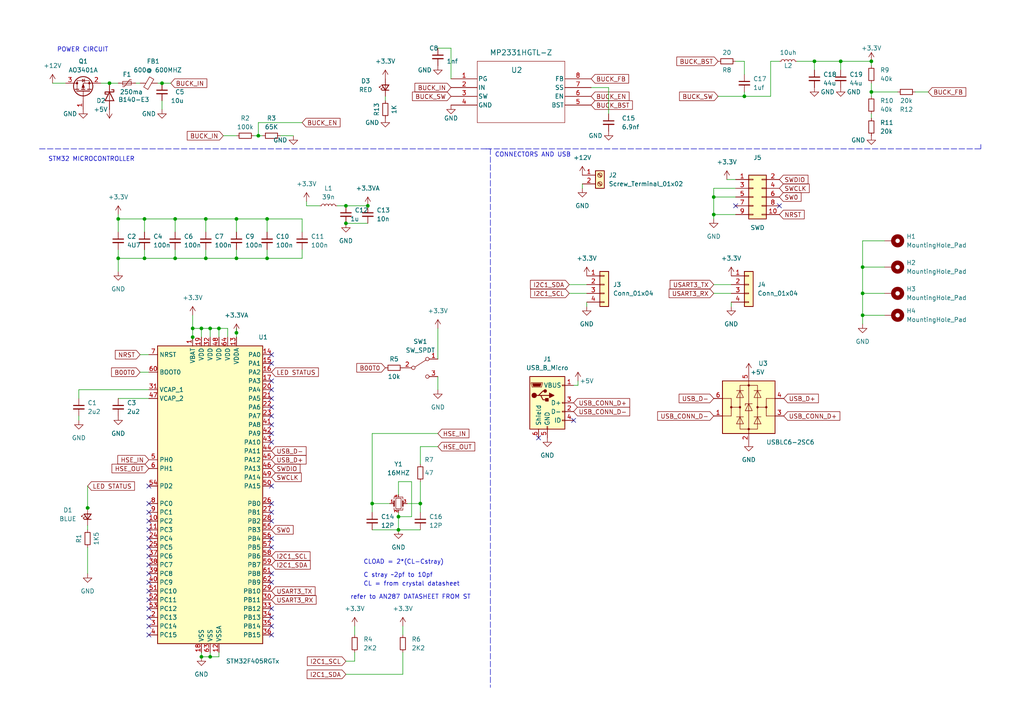
<source format=kicad_sch>
(kicad_sch (version 20211123) (generator eeschema)
  (paper "A4")
  (title_block (title "STM32F4 TEST BOARD") (date "2023-10-01") (rev "V2.0"))
  (junction (at 250.19 91.44))
  (junction (at 41.91 74.93))
  (junction (at 59.69 74.93))
  (junction (at 250.19 77.47))
  (junction (at 58.42 190.5))
  (junction (at 50.8 74.93))
  (junction (at 60.96 95.25))
  (junction (at 34.29 74.93))
  (junction (at 68.58 63.5))
  (junction (at 68.58 74.93))
  (junction (at 107.95 146.05))
  (junction (at 74.93 39.37))
  (junction (at 55.88 97.79))
  (junction (at 25.4 147.32))
  (junction (at 115.57 149.86))
  (junction (at 58.42 95.25))
  (junction (at 106.68 59.69))
  (junction (at 77.47 63.5))
  (junction (at 115.57 153.67))
  (junction (at 100.33 59.69))
  (junction (at 252.73 26.67))
  (junction (at 31.75 24.13))
  (junction (at 77.47 74.93))
  (junction (at 250.19 85.09))
  (junction (at 207.01 62.23))
  (junction (at 34.29 63.5))
  (junction (at 59.69 63.5))
  (junction (at 60.96 190.5))
  (junction (at 243.84 17.78))
  (junction (at 50.8 63.5))
  (junction (at 236.22 17.78))
  (junction (at 215.9 27.94))
  (junction (at 68.58 96.52))
  (junction (at 252.73 17.78))
  (junction (at 63.5 95.25))
  (junction (at 41.91 63.5))
  (junction (at 46.99 24.13))
  (junction (at 100.33 64.77))
  (junction (at 207.01 57.15))
  (junction (at 55.88 95.25))
  (junction (at 121.92 146.05))
  (no_connect (at 78.74 156.21))
  (no_connect (at 43.18 181.61))
  (no_connect (at 43.18 156.21))
  (no_connect (at 78.74 146.05))
  (no_connect (at 43.18 146.05))
  (no_connect (at 166.37 121.92))
  (no_connect (at 78.74 113.03))
  (no_connect (at 78.74 118.11))
  (no_connect (at 43.18 173.99))
  (no_connect (at 226.06 59.69))
  (no_connect (at 213.36 59.69))
  (no_connect (at 78.74 102.87))
  (no_connect (at 78.74 168.91))
  (no_connect (at 43.18 166.37))
  (no_connect (at 43.18 158.75))
  (no_connect (at 43.18 176.53))
  (no_connect (at 43.18 140.97))
  (no_connect (at 78.74 123.19))
  (no_connect (at 78.74 140.97))
  (no_connect (at 78.74 120.65))
  (no_connect (at 43.18 148.59))
  (no_connect (at 43.18 161.29))
  (no_connect (at 78.74 151.13))
  (no_connect (at 43.18 184.15))
  (no_connect (at 156.21 127))
  (no_connect (at 78.74 105.41))
  (no_connect (at 78.74 158.75))
  (no_connect (at 78.74 125.73))
  (no_connect (at 43.18 163.83))
  (no_connect (at 78.74 148.59))
  (no_connect (at 43.18 168.91))
  (no_connect (at 78.74 184.15))
  (no_connect (at 78.74 176.53))
  (no_connect (at 43.18 179.07))
  (no_connect (at 43.18 151.13))
  (no_connect (at 78.74 128.27))
  (no_connect (at 78.74 179.07))
  (no_connect (at 78.74 115.57))
  (no_connect (at 43.18 153.67))
  (no_connect (at 43.18 171.45))
  (no_connect (at 78.74 181.61))
  (no_connect (at 78.74 110.49))
  (no_connect (at 78.74 166.37))
  (wire (pts (xy 25.4 166.37) (xy 25.4 158.75)))
  (wire (pts (xy 250.19 77.47) (xy 250.19 69.85)))
  (wire (pts (xy 100.33 64.77) (xy 106.68 64.77)))
  (wire (pts (xy 213.36 62.23) (xy 207.01 62.23)))
  (wire (pts (xy 55.88 95.25) (xy 58.42 95.25)))
  (wire (pts (xy 74.93 39.37) (xy 76.2 39.37)))
  (wire (pts (xy 116.84 195.58) (xy 116.84 189.23)))
  (wire (pts (xy 215.9 17.78) (xy 213.36 17.78)))
  (wire (pts (xy 102.87 191.77) (xy 102.87 189.23)))
  (wire (pts (xy 250.19 91.44) (xy 250.19 85.09)))
  (wire (pts (xy 63.5 95.25) (xy 63.5 97.79)))
  (wire (pts (xy 100.33 59.69) (xy 106.68 59.69)))
  (wire (pts (xy 77.47 72.39) (xy 77.47 74.93)))
  (wire (pts (xy 59.69 74.93) (xy 68.58 74.93)))
  (wire (pts (xy 121.92 139.7) (xy 121.92 146.05)))
  (wire (pts (xy 116.84 181.61) (xy 116.84 184.15)))
  (wire (pts (xy 34.29 74.93) (xy 41.91 74.93)))
  (wire (pts (xy 41.91 63.5) (xy 34.29 63.5)))
  (wire (pts (xy 107.95 153.67) (xy 115.57 153.67)))
  (polyline (pts (xy 140.97 43.18) (xy 284.48 43.18)))
  (wire (pts (xy 215.9 27.94) (xy 215.9 26.67)))
  (wire (pts (xy 41.91 67.31) (xy 41.91 63.5)))
  (wire (pts (xy 25.4 152.4) (xy 25.4 153.67)))
  (wire (pts (xy 41.91 72.39) (xy 41.91 74.93)))
  (wire (pts (xy 50.8 72.39) (xy 50.8 74.93)))
  (wire (pts (xy 119.38 149.86) (xy 115.57 149.86)))
  (wire (pts (xy 88.9 58.42) (xy 88.9 59.69)))
  (wire (pts (xy 100.33 191.77) (xy 102.87 191.77)))
  (wire (pts (xy 107.95 125.73) (xy 107.95 146.05)))
  (wire (pts (xy 63.5 190.5) (xy 63.5 189.23)))
  (wire (pts (xy 119.38 139.7) (xy 119.38 149.86)))
  (wire (pts (xy 60.96 95.25) (xy 60.96 97.79)))
  (wire (pts (xy 59.69 63.5) (xy 68.58 63.5)))
  (wire (pts (xy 41.91 63.5) (xy 50.8 63.5)))
  (wire (pts (xy 121.92 146.05) (xy 118.11 146.05)))
  (wire (pts (xy 208.28 27.94) (xy 215.9 27.94)))
  (wire (pts (xy 49.53 24.13) (xy 46.99 24.13)))
  (wire (pts (xy 252.73 19.05) (xy 252.73 17.78)))
  (wire (pts (xy 115.57 149.86) (xy 115.57 153.67)))
  (wire (pts (xy 207.01 57.15) (xy 213.36 57.15)))
  (wire (pts (xy 231.14 17.78) (xy 236.22 17.78)))
  (wire (pts (xy 165.1 85.09) (xy 170.18 85.09)))
  (wire (pts (xy 243.84 20.32) (xy 243.84 17.78)))
  (wire (pts (xy 127 113.03) (xy 127 109.22)))
  (wire (pts (xy 22.86 113.03) (xy 43.18 113.03)))
  (wire (pts (xy 68.58 74.93) (xy 77.47 74.93)))
  (wire (pts (xy 39.37 24.13) (xy 40.64 24.13)))
  (wire (pts (xy 58.42 189.23) (xy 58.42 190.5)))
  (wire (pts (xy 97.79 59.69) (xy 100.33 59.69)))
  (wire (pts (xy 34.29 74.93) (xy 34.29 78.74)))
  (wire (pts (xy 50.8 74.93) (xy 59.69 74.93)))
  (wire (pts (xy 212.09 88.9) (xy 212.09 87.63)))
  (wire (pts (xy 207.01 85.09) (xy 212.09 85.09)))
  (wire (pts (xy 168.91 53.34) (xy 168.91 54.61)))
  (wire (pts (xy 115.57 149.86) (xy 115.57 148.59)))
  (wire (pts (xy 127 95.25) (xy 127 104.14)))
  (wire (pts (xy 170.18 88.9) (xy 170.18 87.63)))
  (wire (pts (xy 121.92 129.54) (xy 121.92 134.62)))
  (wire (pts (xy 167.64 110.49) (xy 167.64 111.76)))
  (wire (pts (xy 66.04 95.25) (xy 66.04 97.79)))
  (wire (pts (xy 250.19 69.85) (xy 256.54 69.85)))
  (wire (pts (xy 87.63 72.39) (xy 87.63 74.93)))
  (wire (pts (xy 60.96 95.25) (xy 63.5 95.25)))
  (wire (pts (xy 81.28 39.37) (xy 85.09 39.37)))
  (wire (pts (xy 77.47 63.5) (xy 87.63 63.5)))
  (wire (pts (xy 60.96 190.5) (xy 63.5 190.5)))
  (wire (pts (xy 127 129.54) (xy 121.92 129.54)))
  (wire (pts (xy 102.87 181.61) (xy 102.87 184.15)))
  (wire (pts (xy 58.42 95.25) (xy 58.42 97.79)))
  (wire (pts (xy 252.73 24.13) (xy 252.73 26.67)))
  (wire (pts (xy 68.58 63.5) (xy 68.58 67.31)))
  (wire (pts (xy 165.1 82.55) (xy 170.18 82.55)))
  (wire (pts (xy 127 13.97) (xy 130.81 13.97)))
  (wire (pts (xy 236.22 17.78) (xy 243.84 17.78)))
  (wire (pts (xy 176.53 25.4) (xy 171.45 25.4)))
  (wire (pts (xy 29.21 24.13) (xy 31.75 24.13)))
  (wire (pts (xy 68.58 63.5) (xy 77.47 63.5)))
  (wire (pts (xy 250.19 93.98) (xy 250.19 91.44)))
  (wire (pts (xy 34.29 72.39) (xy 34.29 74.93)))
  (wire (pts (xy 40.64 102.87) (xy 43.18 102.87)))
  (wire (pts (xy 46.99 29.21) (xy 46.99 31.75)))
  (wire (pts (xy 250.19 91.44) (xy 256.54 91.44)))
  (wire (pts (xy 207.01 54.61) (xy 213.36 54.61)))
  (wire (pts (xy 111.76 27.94) (xy 111.76 29.21)))
  (wire (pts (xy 250.19 77.47) (xy 256.54 77.47)))
  (wire (pts (xy 77.47 74.93) (xy 87.63 74.93)))
  (wire (pts (xy 115.57 139.7) (xy 119.38 139.7)))
  (wire (pts (xy 250.19 85.09) (xy 250.19 77.47)))
  (wire (pts (xy 87.63 35.56) (xy 74.93 35.56)))
  (wire (pts (xy 25.4 140.97) (xy 25.4 147.32)))
  (wire (pts (xy 243.84 17.78) (xy 252.73 17.78)))
  (wire (pts (xy 50.8 63.5) (xy 59.69 63.5)))
  (polyline (pts (xy 11.43 43.18) (xy 142.24 43.18)))
  (wire (pts (xy 22.86 115.57) (xy 22.86 113.03)))
  (wire (pts (xy 207.01 57.15) (xy 207.01 62.23)))
  (wire (pts (xy 63.5 95.25) (xy 66.04 95.25)))
  (wire (pts (xy 34.29 63.5) (xy 34.29 67.31)))
  (wire (pts (xy 250.19 85.09) (xy 256.54 85.09)))
  (wire (pts (xy 127 125.73) (xy 107.95 125.73)))
  (wire (pts (xy 22.86 121.92) (xy 22.86 120.65)))
  (wire (pts (xy 88.9 59.69) (xy 92.71 59.69)))
  (wire (pts (xy 252.73 26.67) (xy 252.73 27.94)))
  (wire (pts (xy 107.95 146.05) (xy 107.95 148.59)))
  (wire (pts (xy 115.57 143.51) (xy 115.57 139.7)))
  (wire (pts (xy 223.52 17.78) (xy 223.52 27.94)))
  (wire (pts (xy 58.42 95.25) (xy 60.96 95.25)))
  (wire (pts (xy 41.91 74.93) (xy 50.8 74.93)))
  (wire (pts (xy 40.64 107.95) (xy 43.18 107.95)))
  (wire (pts (xy 34.29 115.57) (xy 43.18 115.57)))
  (wire (pts (xy 236.22 17.78) (xy 236.22 20.32)))
  (wire (pts (xy 269.24 26.67) (xy 265.43 26.67)))
  (polyline (pts (xy 284.48 41.91) (xy 284.48 43.18)))
  (wire (pts (xy 107.95 146.05) (xy 113.03 146.05)))
  (wire (pts (xy 215.9 21.59) (xy 215.9 17.78)))
  (wire (pts (xy 226.06 17.78) (xy 223.52 17.78)))
  (wire (pts (xy 74.93 35.56) (xy 74.93 39.37)))
  (wire (pts (xy 223.52 27.94) (xy 215.9 27.94)))
  (wire (pts (xy 55.88 97.79) (xy 55.88 99.06)))
  (wire (pts (xy 50.8 63.5) (xy 50.8 67.31)))
  (wire (pts (xy 210.82 52.07) (xy 213.36 52.07)))
  (wire (pts (xy 176.53 33.02) (xy 176.53 25.4)))
  (wire (pts (xy 121.92 148.59) (xy 121.92 146.05)))
  (wire (pts (xy 15.24 24.13) (xy 19.05 24.13)))
  (wire (pts (xy 68.58 72.39) (xy 68.58 74.93)))
  (wire (pts (xy 207.01 54.61) (xy 207.01 57.15)))
  (polyline (pts (xy 142.24 43.18) (xy 142.24 199.39)))
  (wire (pts (xy 58.42 190.5) (xy 60.96 190.5)))
  (wire (pts (xy 68.58 96.52) (xy 68.58 97.79)))
  (wire (pts (xy 77.47 67.31) (xy 77.47 63.5)))
  (wire (pts (xy 59.69 72.39) (xy 59.69 74.93)))
  (wire (pts (xy 64.77 39.37) (xy 68.58 39.37)))
  (wire (pts (xy 59.69 63.5) (xy 59.69 67.31)))
  (wire (pts (xy 130.81 13.97) (xy 130.81 22.86)))
  (wire (pts (xy 68.58 95.25) (xy 68.58 96.52)))
  (wire (pts (xy 100.33 195.58) (xy 116.84 195.58)))
  (wire (pts (xy 55.88 95.25) (xy 55.88 97.79)))
  (wire (pts (xy 260.35 26.67) (xy 252.73 26.67)))
  (wire (pts (xy 167.64 111.76) (xy 166.37 111.76)))
  (wire (pts (xy 252.73 33.02) (xy 252.73 34.29)))
  (wire (pts (xy 60.96 189.23) (xy 60.96 190.5)))
  (wire (pts (xy 207.01 82.55) (xy 212.09 82.55)))
  (wire (pts (xy 207.01 62.23) (xy 207.01 63.5)))
  (wire (pts (xy 34.29 62.23) (xy 34.29 63.5)))
  (wire (pts (xy 55.88 91.44) (xy 55.88 95.25)))
  (wire (pts (xy 46.99 24.13) (xy 45.72 24.13)))
  (wire (pts (xy 87.63 63.5) (xy 87.63 67.31)))
  (wire (pts (xy 115.57 153.67) (xy 121.92 153.67)))
  (wire (pts (xy 73.66 39.37) (xy 74.93 39.37)))
  (wire (pts (xy 26.035 147.32) (xy 25.4 147.32)))
  (wire (pts (xy 34.29 24.13) (xy 31.75 24.13)))
  (text "POWER CIRCUIT" (at 16.51 15.24 0) (effects (font (size 1.27 1.27)) (justify left bottom)))
  (text "refer to AN287 DATASHEET FROM ST" (at 101.6 173.99 0) (effects (font (size 1.27 1.27)) (justify left bottom)))
  (text "CONNECTORS AND USB\n" (at 143.51 45.72 0) (effects (font (size 1.27 1.27)) (justify left bottom)))
  (text "C stray ~2pf to 10pf" (at 105.41 167.64 0) (effects (font (size 1.27 1.27)) (justify left bottom)))
  (text "CL = from crystal datasheet" (at 105.41 170.18 0) (effects (font (size 1.27 1.27)) (justify left bottom)))
  (text "STM32 MICROCONTROLLER" (at 13.97 46.99 0) (effects (font (size 1.27 1.27)) (justify left bottom)))
  (text "CLOAD = 2*(CL-Cstray)" (at 105.41 163.83 0) (effects (font (size 1.27 1.27)) (justify left bottom)))
  (global_label "USB_CONN_D+" (shape input) (at 166.37 116.84 0) (property "Intersheet References" "${INTERSHEET_REFS}" (effects hide)))
  (global_label "NRST" (shape input) (at 40.64 102.87 180) (property "Intersheet References" "${INTERSHEET_REFS}" (effects hide)))
  (global_label "BUCK_IN" (shape input) (at 64.77 39.37 180) (property "Intersheet References" "${INTERSHEET_REFS}" (effects hide)))
  (global_label "HSE_IN" (shape input) (at 43.18 133.35 180) (property "Intersheet References" "${INTERSHEET_REFS}" (effects hide)))
  (global_label "I2C1_SCL" (shape input) (at 78.74 161.29 0) (property "Intersheet References" "${INTERSHEET_REFS}" (effects hide)))
  (global_label "USB_D-" (shape input) (at 207.01 115.57 180) (property "Intersheet References" "${INTERSHEET_REFS}" (effects hide)))
  (global_label "SWCLK" (shape input) (at 226.06 54.61 0) (property "Intersheet References" "${INTERSHEET_REFS}" (effects hide)))
  (global_label "BUCK_BST" (shape input) (at 208.28 17.78 180) (property "Intersheet References" "${INTERSHEET_REFS}" (effects hide)))
  (global_label "LED STATUS" (shape input) (at 78.74 107.95 0) (property "Intersheet References" "${INTERSHEET_REFS}" (effects hide)))
  (global_label "I2C1_SCL" (shape input) (at 165.1 85.09 180) (property "Intersheet References" "${INTERSHEET_REFS}" (effects hide)))
  (global_label "SW0" (shape input) (at 226.06 57.15 0) (property "Intersheet References" "${INTERSHEET_REFS}" (effects hide)))
  (global_label "LED STATUS" (shape input) (at 25.4 140.97 0) (property "Intersheet References" "${INTERSHEET_REFS}" (effects hide)))
  (global_label "BUCK_EN" (shape input) (at 171.45 27.94 0) (property "Intersheet References" "${INTERSHEET_REFS}" (effects hide)))
  (global_label "USB_D-" (shape input) (at 78.74 130.81 0) (property "Intersheet References" "${INTERSHEET_REFS}" (effects hide)))
  (global_label "BUCK_FB" (shape input) (at 269.24 26.67 0) (property "Intersheet References" "${INTERSHEET_REFS}" (effects hide)))
  (global_label "USART3_TX" (shape input) (at 78.74 171.45 0) (property "Intersheet References" "${INTERSHEET_REFS}" (effects hide)))
  (global_label "USB_D+" (shape input) (at 78.74 133.35 0) (property "Intersheet References" "${INTERSHEET_REFS}" (effects hide)))
  (global_label "USART3_TX" (shape input) (at 207.01 82.55 180) (property "Intersheet References" "${INTERSHEET_REFS}" (effects hide)))
  (global_label "I2C1_SDA" (shape input) (at 165.1 82.55 180) (property "Intersheet References" "${INTERSHEET_REFS}" (effects hide)))
  (global_label "BUCK_IN" (shape input) (at 130.81 25.4 180) (property "Intersheet References" "${INTERSHEET_REFS}" (effects hide)))
  (global_label "USART3_RX" (shape input) (at 207.01 85.09 180) (property "Intersheet References" "${INTERSHEET_REFS}" (effects hide)))
  (global_label "HSE_OUT" (shape input) (at 127 129.54 0) (property "Intersheet References" "${INTERSHEET_REFS}" (effects hide)))
  (global_label "I2C1_SDA" (shape input) (at 100.33 195.58 180) (property "Intersheet References" "${INTERSHEET_REFS}" (effects hide)))
  (global_label "USB_CONN_D-" (shape input) (at 166.37 119.38 0) (property "Intersheet References" "${INTERSHEET_REFS}" (effects hide)))
  (global_label "BUCK_BST" (shape input) (at 171.45 30.48 0) (property "Intersheet References" "${INTERSHEET_REFS}" (effects hide)))
  (global_label "BUCK_EN" (shape input) (at 87.63 35.56 0) (property "Intersheet References" "${INTERSHEET_REFS}" (effects hide)))
  (global_label "NRST" (shape input) (at 226.06 62.23 0) (property "Intersheet References" "${INTERSHEET_REFS}" (effects hide)))
  (global_label "B00T0" (shape input) (at 40.64 107.95 180) (property "Intersheet References" "${INTERSHEET_REFS}" (effects hide)))
  (global_label "USB_D+" (shape input) (at 227.33 115.57 0) (property "Intersheet References" "${INTERSHEET_REFS}" (effects hide)))
  (global_label "USART3_RX" (shape input) (at 78.74 173.99 0) (property "Intersheet References" "${INTERSHEET_REFS}" (effects hide)))
  (global_label "SW0" (shape input) (at 78.74 153.67 0) (property "Intersheet References" "${INTERSHEET_REFS}" (effects hide)))
  (global_label "HSE_IN" (shape input) (at 127 125.73 0) (property "Intersheet References" "${INTERSHEET_REFS}" (effects hide)))
  (global_label "SWDIO" (shape input) (at 78.74 135.89 0) (property "Intersheet References" "${INTERSHEET_REFS}" (effects hide)))
  (global_label "SWCLK" (shape input) (at 78.74 138.43 0) (property "Intersheet References" "${INTERSHEET_REFS}" (effects hide)))
  (global_label "SWDIO" (shape input) (at 226.06 52.07 0) (property "Intersheet References" "${INTERSHEET_REFS}" (effects hide)))
  (global_label "I2C1_SCL" (shape input) (at 100.33 191.77 180) (property "Intersheet References" "${INTERSHEET_REFS}" (effects hide)))
  (global_label "B00T0" (shape input) (at 111.76 106.68 180) (property "Intersheet References" "${INTERSHEET_REFS}" (effects hide)))
  (global_label "BUCK_IN" (shape input) (at 49.53 24.13 0) (property "Intersheet References" "${INTERSHEET_REFS}" (effects hide)))
  (global_label "BUCK_SW" (shape input) (at 208.28 27.94 180) (property "Intersheet References" "${INTERSHEET_REFS}" (effects hide)))
  (global_label "I2C1_SDA" (shape input) (at 78.74 163.83 0) (property "Intersheet References" "${INTERSHEET_REFS}" (effects hide)))
  (global_label "HSE_OUT" (shape input) (at 43.18 135.89 180) (property "Intersheet References" "${INTERSHEET_REFS}" (effects hide)))
  (global_label "USB_CONN_D-" (shape input) (at 207.01 120.65 180) (property "Intersheet References" "${INTERSHEET_REFS}" (effects hide)))
  (global_label "USB_CONN_D+" (shape input) (at 227.33 120.65 0) (property "Intersheet References" "${INTERSHEET_REFS}" (effects hide)))
  (global_label "BUCK_SW" (shape input) (at 130.81 27.94 180) (property "Intersheet References" "${INTERSHEET_REFS}" (effects hide)))
  (global_label "BUCK_FB" (shape input) (at 171.45 22.86 0) (property "Intersheet References" "${INTERSHEET_REFS}" (effects hide)))
  (symbol (lib_name "GND_5") (lib_id "power:GND") (at 252.73 39.37 0) (unit 1)
    (property "Reference" "#PWR033" (effects hide))
    (property "Value" "GND" (at 248.92 40.64 0))
  )
  (symbol (lib_id "Device:R_Small") (at 252.73 36.83 0) (unit 1)
    (property "Reference" "R11" (at 255.27 35.5599 0) (effects (justify left)))
    (property "Value" "20k" (at 255.27 38.0999 0) (effects (justify left)))
    (property "Footprint" "Resistor_SMD:R_0603_1608Metric" (effects hide))
  )
  (symbol (lib_name "+3.3V_2") (lib_id "power:+3.3V") (at 88.9 58.42 0) (unit 1)
    (property "Reference" "#PWR016" (effects hide))
    (property "Value" "+3.3V" (at 88.9 53.34 0))
  )
  (symbol (lib_id "Device:C_Small") (at 59.69 69.85 0) (unit 1)
    (property "Reference" "C7" (at 62.23 68.5862 0) (effects (justify left)))
    (property "Value" "100n" (at 62.23 71.1262 0) (effects (justify left)))
    (property "Footprint" "Capacitor_SMD:C_0402_1005Metric" (effects hide))
  )
  (symbol (lib_name "GND_6") (lib_id "power:GND") (at 158.75 127 0) (unit 1)
    (property "Reference" "#PWR025" (effects hide))
    (property "Value" "GND" (at 158.75 132.08 0))
  )
  (symbol (lib_id "Connector:Screw_Terminal_01x02") (at 173.99 50.8 0) (unit 1)
    (property "Reference" "J2" (at 176.53 50.7999 0) (effects (justify left)))
    (property "Value" "Screw_Terminal_01x02" (at 176.53 53.3399 0) (effects (justify left)))
    (property "Footprint" "TerminalBlock_Phoenix:TerminalBlock_Phoenix_PT-1,5-2-3.5-H_1x02_P3.50mm_Horizontal" (effects hide))
  )
  (symbol (lib_name "GND_2") (lib_id "power:GND") (at 22.86 121.92 0) (unit 1)
    (property "Reference" "#PWR02" (effects hide))
    (property "Value" "GND" (at 22.86 127 0))
  )
  (symbol (lib_name "GND_1") (lib_id "power:GND") (at 127 113.03 0) (unit 1)
    (property "Reference" "#PWR023" (effects hide))
    (property "Value" "GND" (at 127 118.11 0))
  )
  (symbol (lib_name "GND_6") (lib_id "power:GND") (at 250.19 93.98 0) (unit 1)
    (property "Reference" "#PWR040" (effects hide))
    (property "Value" "GND" (at 250.19 99.06 0))
  )
  (symbol (lib_id "ul_MP2331HGTL-Z:MP2331HGTL-Z") (at 130.81 22.86 0) (unit 1)
    (property "Reference" "U2" (at 149.86 20.32 0) (effects (font (size 1.524 1.524))))
    (property "Value" "MP2331HGTL-Z" (at 151.13 15.24 0) (effects (font (size 1.524 1.524))))
    (property "Footprint" "footprints:SOT583_MP2331H" (effects hide))
    (property "Datasheet" "MP2331HGTL-Z" (effects hide))
  )
  (symbol (lib_id "MCU_ST_STM32F4:STM32F405RGTx") (at 60.96 143.51 0) (unit 1)
    (property "Reference" "U1" (at 74.93 97.79 0) (effects (justify left)))
    (property "Value" "STM32F405RGTx" (at 65.5194 191.77 0) (effects (justify left)))
    (property "Footprint" "Package_QFP:LQFP-64_10x10mm_P0.5mm" (effects hide))
    (property "Datasheet" "http://www.st.com/st-web-ui/static/active/en/resource/technical/document/datasheet/DM00037051.pdf" (effects hide))
  )
  (symbol (lib_name "GND_6") (lib_id "power:GND") (at 217.17 128.27 0) (unit 1)
    (property "Reference" "#PWR039" (effects hide))
    (property "Value" "GND" (at 217.17 133.35 0))
  )
  (symbol (lib_id "Device:R_Small") (at 252.73 30.48 0) (unit 1)
    (property "Reference" "R10" (at 255.27 29.2099 0) (effects (justify left)))
    (property "Value" "40k" (at 255.27 31.7499 0) (effects (justify left)))
    (property "Footprint" "Resistor_SMD:R_0603_1608Metric" (effects hide))
  )
  (symbol (lib_id "Device:R_Small") (at 114.3 106.68 270) (unit 1)
    (property "Reference" "R5" (at 114.3 104.14 90))
    (property "Value" "10k" (at 114.3 109.22 90))
    (property "Footprint" "Resistor_SMD:R_0402_1005Metric" (effects hide))
  )
  (symbol (lib_id "Device:Crystal_GND24_Small") (at 115.57 146.05 0) (unit 1)
    (property "Reference" "Y1" (at 115.57 134.62 0))
    (property "Value" "16MHZ" (at 115.57 137.16 0))
    (property "Footprint" "Crystal:Crystal_SMD_3225-4Pin_3.2x2.5mm" (effects hide))
  )
  (symbol (lib_id "Device:C_Small") (at 106.68 62.23 0) (unit 1)
    (property "Reference" "C13" (at 109.22 60.9662 0) (effects (justify left)))
    (property "Value" "10n" (at 109.22 63.5062 0) (effects (justify left)))
    (property "Footprint" "Capacitor_SMD:C_0402_1005Metric" (effects hide))
  )
  (symbol (lib_name "+3.3V_1") (lib_id "power:+3.3V") (at 127 95.25 0) (unit 1)
    (property "Reference" "#PWR022" (effects hide))
    (property "Value" "+3.3V" (at 127 90.17 0))
  )
  (symbol (lib_id "Device:R_Small") (at 111.76 31.75 0) (unit 1)
    (property "Reference" "R13" (at 109.22 31.75 90))
    (property "Value" "1K" (at 114.3 31.75 90))
    (property "Footprint" "Resistor_SMD:R_0603_1608Metric" (effects hide))
  )
  (symbol (lib_id "Device:R_Small") (at 102.87 186.69 0) (unit 1)
    (property "Reference" "R4" (at 105.41 185.4199 0) (effects (justify left)))
    (property "Value" "2K2" (at 105.41 187.9599 0) (effects (justify left)))
    (property "Footprint" "Resistor_SMD:R_0603_1608Metric" (effects hide))
  )
  (symbol (lib_id "Device:C_Small") (at 50.8 69.85 0) (unit 1)
    (property "Reference" "C6" (at 53.34 68.5862 0) (effects (justify left)))
    (property "Value" "100n" (at 53.34 71.1262 0) (effects (justify left)))
    (property "Footprint" "Capacitor_SMD:C_0402_1005Metric" (effects hide))
  )
  (symbol (lib_id "Device:C_Small") (at 34.29 118.11 0) (unit 1)
    (property "Reference" "C3" (at 36.83 116.8462 0) (effects (justify left)))
    (property "Value" "2u2" (at 36.83 119.3862 0) (effects (justify left)))
    (property "Footprint" "Capacitor_SMD:C_0603_1608Metric" (effects hide))
  )
  (symbol (lib_id "Device:R_Small") (at 71.12 39.37 270) (unit 1)
    (property "Reference" "R2" (at 71.12 34.29 90))
    (property "Value" "100k" (at 71.12 36.83 90))
    (property "Footprint" "Resistor_SMD:R_0603_1608Metric" (effects hide))
  )
  (symbol (lib_id "Device:L_Small") (at 95.25 59.69 90) (unit 1)
    (property "Reference" "L1" (at 95.25 54.61 90))
    (property "Value" "39n" (at 95.25 57.15 90))
    (property "Footprint" "Inductor_SMD:L_0402_1005Metric" (effects hide))
  )
  (symbol (lib_id "Transistor_FET:AO3401A") (at 24.13 26.67 90) (unit 1)
    (property "Reference" "Q1" (at 24.13 17.78 90))
    (property "Value" "AO3401A" (at 24.13 20.32 90))
    (property "Footprint" "Package_TO_SOT_SMD:SOT-23" (effects hide))
    (property "Datasheet" "http://www.aosmd.com/pdfs/datasheet/AO3401A.pdf" (effects hide))
  )
  (symbol (lib_name "+3.3V_2") (lib_id "power:+3.3V") (at 252.73 17.78 0) (unit 1)
    (property "Reference" "#PWR032" (effects hide))
    (property "Value" "+3.3V" (at 252.73 13.97 0))
  )
  (symbol (lib_name "GND_5") (lib_id "power:GND") (at 176.53 38.1 0) (unit 1)
    (property "Reference" "#PWR021" (effects hide))
    (property "Value" "GND" (at 172.72 39.37 0))
  )
  (symbol (lib_name "GND_3") (lib_id "power:GND") (at 34.29 120.65 0) (unit 1)
    (property "Reference" "#PWR07" (effects hide))
    (property "Value" "GND" (at 34.29 125.73 0))
  )
  (symbol (lib_name "+3.3V_2") (lib_id "power:+3.3V") (at 170.18 80.01 0) (unit 1)
    (property "Reference" "#PWR030" (effects hide))
    (property "Value" "+3.3V" (at 170.18 74.93 0))
  )
  (symbol (lib_id "power:+5V") (at 217.17 107.95 0) (unit 1)
    (property "Reference" "#PWR038" (effects hide))
    (property "Value" "+5V" (at 219.71 107.95 0))
  )
  (symbol (lib_id "Device:C_Small") (at 236.22 22.86 0) (unit 1)
    (property "Reference" "C18" (at 238.76 21.5962 0) (effects (justify left)))
    (property "Value" "44u" (at 238.76 24.1362 0) (effects (justify left)))
    (property "Footprint" "Capacitor_SMD:C_1206_3216Metric" (effects hide))
  )
  (symbol (lib_id "Device:C_Small") (at 127 16.51 0) (unit 1)
    (property "Reference" "C8" (at 124.46 13.97 0) (effects (justify left)))
    (property "Value" "1nf" (at 129.54 17.7862 0) (effects (justify left)))
    (property "Footprint" "Capacitor_SMD:C_1206_3216Metric" (effects hide))
  )
  (symbol (lib_id "Device:R_Small") (at 116.84 186.69 0) (unit 1)
    (property "Reference" "R6" (at 119.38 185.4199 0) (effects (justify left)))
    (property "Value" "2K2" (at 119.38 187.9599 0) (effects (justify left)))
    (property "Footprint" "Resistor_SMD:R_0603_1608Metric" (effects hide))
  )
  (symbol (lib_id "Device:C_Small") (at 34.29 69.85 0) (unit 1)
    (property "Reference" "C2" (at 36.83 68.5862 0) (effects (justify left)))
    (property "Value" "4U7" (at 36.83 71.1262 0) (effects (justify left)))
    (property "Footprint" "Capacitor_SMD:C_0603_1608Metric" (effects hide))
  )
  (symbol (lib_id "power:+3.3V") (at 55.88 91.44 0) (unit 1)
    (property "Reference" "#PWR011" (effects hide))
    (property "Value" "+3.3V" (at 55.88 86.36 0))
  )
  (symbol (lib_id "Device:C_Small") (at 22.86 118.11 0) (unit 1)
    (property "Reference" "C1" (at 25.4 116.8462 0) (effects (justify left)))
    (property "Value" "2u2" (at 25.4 119.3862 0) (effects (justify left)))
    (property "Footprint" "Capacitor_SMD:C_0603_1608Metric" (effects hide))
  )
  (symbol (lib_id "Device:C_Small") (at 215.9 24.13 0) (unit 1)
    (property "Reference" "C17" (at 218.44 22.8662 0) (effects (justify left)))
    (property "Value" "1uf" (at 218.44 25.4062 0) (effects (justify left)))
    (property "Footprint" "Capacitor_SMD:C_1206_3216Metric" (effects hide))
  )
  (symbol (lib_name "GND_6") (lib_id "power:GND") (at 207.01 63.5 0) (unit 1)
    (property "Reference" "#PWR034" (effects hide))
    (property "Value" "GND" (at 207.01 68.58 0))
  )
  (symbol (lib_name "+3.3VA_1") (lib_id "power:+3.3VA") (at 106.68 59.69 0) (unit 1)
    (property "Reference" "#PWR018" (effects hide))
    (property "Value" "+3.3VA" (at 106.68 54.61 0))
  )
  (symbol (lib_name "+3.3V_4") (lib_id "power:+3.3V") (at 116.84 181.61 0) (unit 1)
    (property "Reference" "#PWR020" (effects hide))
    (property "Value" "+3.3V" (at 116.84 176.53 0))
  )
  (symbol (lib_id "Device:R_Small") (at 25.4 156.21 0) (unit 1)
    (property "Reference" "R1" (at 22.86 156.21 90))
    (property "Value" "1K5" (at 27.94 156.21 90))
    (property "Footprint" "Resistor_SMD:R_0603_1608Metric" (effects hide))
  )
  (symbol (lib_name "GND_4") (lib_id "power:GND") (at 130.81 30.48 0) (unit 1)
    (property "Reference" "#PWR015" (effects hide))
    (property "Value" "GND" (at 130.81 34.29 0))
  )
  (symbol (lib_name "GND_2") (lib_id "power:GND") (at 34.29 78.74 0) (unit 1)
    (property "Reference" "#PWR06" (effects hide))
    (property "Value" "GND" (at 34.29 83.82 0))
  )
  (symbol (lib_name "GND_5") (lib_id "power:GND") (at 243.84 25.4 0) (unit 1)
    (property "Reference" "#PWR026" (effects hide))
    (property "Value" "GND" (at 247.65 26.67 0))
  )
  (symbol (lib_name "GND_6") (lib_id "power:GND") (at 168.91 54.61 0) (unit 1)
    (property "Reference" "#PWR029" (effects hide))
    (property "Value" "GND" (at 168.91 59.69 0))
  )
  (symbol (lib_id "power:+3.3VA") (at 68.58 96.52 0) (unit 1)
    (property "Reference" "#PWR014" (effects hide))
    (property "Value" "+3.3VA" (at 68.58 91.44 0))
  )
  (symbol (lib_name "+3.3V_2") (lib_id "power:+3.3V") (at 210.82 52.07 0) (unit 1)
    (property "Reference" "#PWR035" (effects hide))
    (property "Value" "+3.3V" (at 210.82 46.99 0))
  )
  (symbol (lib_id "Device:R_Small") (at 252.73 21.59 0) (unit 1)
    (property "Reference" "R9" (at 255.27 20.3199 0) (effects (justify left)))
    (property "Value" "40k" (at 255.27 22.8599 0) (effects (justify left)))
    (property "Footprint" "Resistor_SMD:R_0603_1608Metric" (effects hide))
  )
  (symbol (lib_name "+3.3V_2") (lib_id "power:+3.3V") (at 34.29 62.23 0) (unit 1)
    (property "Reference" "#PWR05" (effects hide))
    (property "Value" "+3.3V" (at 34.29 57.15 0))
  )
  (symbol (lib_id "Connector_Generic:Conn_01x04") (at 217.17 82.55 0) (unit 1)
    (property "Reference" "J4" (at 219.71 82.5499 0) (effects (justify left)))
    (property "Value" "Conn_01x04" (at 219.71 85.0899 0) (effects (justify left)))
    (property "Footprint" "Connector_Molex:Molex_PicoBlade_53048-0410_1x04_P1.25mm_Horizontal" (effects hide))
  )
  (symbol (lib_id "power:GND") (at 58.42 190.5 0) (unit 1)
    (property "Reference" "#PWR012" (effects hide))
    (property "Value" "GND" (at 58.42 195.58 0))
  )
  (symbol (lib_name "GND_2") (lib_id "power:GND") (at 100.33 64.77 0) (unit 1)
    (property "Reference" "#PWR0101" (effects hide))
    (property "Value" "GND" (at 100.33 69.85 0))
  )
  (symbol (lib_id "Device:C_Small") (at 46.99 26.67 0) (unit 1)
    (property "Reference" "C5" (at 50.8 26.67 0) (effects (justify left)))
    (property "Value" "10u" (at 49.53 29.21 0) (effects (justify left)))
    (property "Footprint" "Capacitor_SMD:C_1206_3216Metric" (effects hide))
  )
  (symbol (lib_id "Device:R_Small") (at 262.89 26.67 270) (unit 1)
    (property "Reference" "R12" (at 262.89 31.75 90))
    (property "Value" "20k" (at 262.89 29.21 90))
    (property "Footprint" "Resistor_SMD:R_0603_1608Metric" (effects hide))
  )
  (symbol (lib_id "Device:C_Small") (at 77.47 69.85 0) (unit 1)
    (property "Reference" "C10" (at 80.01 68.5862 0) (effects (justify left)))
    (property "Value" "100n" (at 80.01 71.1262 0) (effects (justify left)))
    (property "Footprint" "Capacitor_SMD:C_0402_1005Metric" (effects hide))
  )
  (symbol (lib_name "+12V_1") (lib_id "power:+12V") (at 168.91 50.8 0) (unit 1)
    (property "Reference" "#PWR028" (effects hide))
    (property "Value" "+12V" (at 168.91 45.72 0))
  )
  (symbol (lib_id "Device:LED_Small") (at 25.4 149.86 90) (unit 1)
    (property "Reference" "D1" (at 19.685 147.955 90))
    (property "Value" "BLUE" (at 19.685 150.495 90))
    (property "Footprint" "LED_SMD:LED_0201_0603Metric" (effects hide))
  )
  (symbol (lib_name "GND_5") (lib_id "power:GND") (at 111.76 34.29 0) (unit 1)
    (property "Reference" "#PWR042" (effects hide))
    (property "Value" "GND" (at 107.95 35.56 0))
  )
  (symbol (lib_id "Connector_Generic:Conn_01x04") (at 175.26 82.55 0) (unit 1)
    (property "Reference" "J3" (at 177.8 82.5499 0) (effects (justify left)))
    (property "Value" "Conn_01x04" (at 177.8 85.0899 0) (effects (justify left)))
    (property "Footprint" "Connector_Molex:Molex_PicoBlade_53048-0410_1x04_P1.25mm_Horizontal" (effects hide))
  )
  (symbol (lib_id "Mechanical:MountingHole_Pad") (at 259.08 69.85 270) (unit 1)
    (property "Reference" "H1" (at 262.89 68.5799 90) (effects (justify left)))
    (property "Value" "MountingHole_Pad" (at 262.89 71.1199 90) (effects (justify left)))
    (property "Footprint" "MountingHole:MountingHole_4.3mm_M4_Pad_Via" (effects hide))
  )
  (symbol (lib_name "GND_5") (lib_id "power:GND") (at 46.99 31.75 0) (unit 1)
    (property "Reference" "#PWR010" (effects hide))
    (property "Value" "GND" (at 43.18 33.02 0))
  )
  (symbol (lib_id "Device:C_Small") (at 121.92 151.13 0) (unit 1)
    (property "Reference" "C16" (at 124.46 149.8662 0) (effects (justify left)))
    (property "Value" "12P" (at 124.46 152.4062 0) (effects (justify left)))
    (property "Footprint" "Capacitor_SMD:C_0402_1005Metric" (effects hide))
  )
  (symbol (lib_id "Diode:B140-E3") (at 31.75 27.94 270) (unit 1)
    (property "Reference" "D2" (at 27.94 29.21 90) (effects (justify left)))
    (property "Value" "B140-E3" (at 34.29 28.8924 90) (effects (justify left)))
    (property "Footprint" "Diode_SMD:D_SMA" (effects hide))
    (property "Datasheet" "http://www.vishay.com/docs/88946/b120.pdf" (effects hide))
  )
  (symbol (lib_name "GND_3") (lib_id "power:GND") (at 115.57 153.67 0) (unit 1)
    (property "Reference" "#PWR019" (effects hide))
    (property "Value" "GND" (at 115.57 158.75 0))
  )
  (symbol (lib_id "Connector_Generic:Conn_02x05_Odd_Even") (at 218.44 57.15 0) (unit 1)
    (property "Reference" "J5" (at 219.71 45.72 0))
    (property "Value" "SWD" (at 219.71 66.04 0))
    (property "Footprint" "Connector_PinSocket_1.27mm:PinSocket_2x05_P1.27mm_Vertical_SMD" (effects hide))
  )
  (symbol (lib_id "Mechanical:MountingHole_Pad") (at 259.08 77.47 270) (unit 1)
    (property "Reference" "H2" (at 262.89 76.1999 90) (effects (justify left)))
    (property "Value" "MountingHole_Pad" (at 262.89 78.7399 90) (effects (justify left)))
    (property "Footprint" "MountingHole:MountingHole_4.3mm_M4_Pad_Via" (effects hide))
  )
  (symbol (lib_name "GND_5") (lib_id "power:GND") (at 24.13 31.75 0) (unit 1)
    (property "Reference" "#PWR04" (effects hide))
    (property "Value" "GND" (at 20.32 33.02 0))
  )
  (symbol (lib_name "GND_6") (lib_id "power:GND") (at 212.09 88.9 0) (unit 1)
    (property "Reference" "#PWR037" (effects hide))
    (property "Value" "GND" (at 212.09 93.98 0))
  )
  (symbol (lib_id "Device:L_Small") (at 228.6 17.78 90) (unit 1)
    (property "Reference" "L2" (at 228.6 19.05 90))
    (property "Value" "10uh" (at 228.6 15.24 90))
    (property "Footprint" "Inductor_SMD:L_Sunlord_MWSA05xxS" (effects hide))
  )
  (symbol (lib_id "power:+5V") (at 167.64 110.49 0) (unit 1)
    (property "Reference" "#PWR027" (effects hide))
    (property "Value" "+5V" (at 170.18 110.49 0))
  )
  (symbol (lib_id "Device:C_Small") (at 68.58 69.85 0) (unit 1)
    (property "Reference" "C9" (at 71.12 68.5862 0) (effects (justify left)))
    (property "Value" "100n" (at 71.12 71.1262 0) (effects (justify left)))
    (property "Footprint" "Capacitor_SMD:C_0402_1005Metric" (effects hide))
  )
  (symbol (lib_id "Connector:USB_B_Micro") (at 158.75 116.84 0) (unit 1)
    (property "Reference" "J1" (at 158.75 104.14 0))
    (property "Value" "USB_B_Micro" (at 158.75 106.68 0))
    (property "Footprint" "Connector_USB:USB_Mini-B_Wuerth_65100516121_Horizontal" (effects hide))
  )
  (symbol (lib_id "Device:C_Small") (at 243.84 22.86 0) (unit 1)
    (property "Reference" "C19" (at 246.38 21.5962 0) (effects (justify left)))
    (property "Value" "44u" (at 246.38 24.1362 0) (effects (justify left)))
    (property "Footprint" "Capacitor_SMD:C_1206_3216Metric" (effects hide))
  )
  (symbol (lib_id "Mechanical:MountingHole_Pad") (at 259.08 91.44 270) (unit 1)
    (property "Reference" "H4" (at 262.89 90.1699 90) (effects (justify left)))
    (property "Value" "MountingHole_Pad" (at 262.89 92.7099 90) (effects (justify left)))
    (property "Footprint" "MountingHole:MountingHole_4.3mm_M4_Pad_Via" (effects hide))
  )
  (symbol (lib_id "Device:C_Small") (at 87.63 69.85 0) (unit 1)
    (property "Reference" "C11" (at 90.17 68.5862 0) (effects (justify left)))
    (property "Value" "100n" (at 90.17 71.1262 0) (effects (justify left)))
    (property "Footprint" "Capacitor_SMD:C_0402_1005Metric" (effects hide))
  )
  (symbol (lib_id "power:+12V") (at 15.24 24.13 0) (unit 1)
    (property "Reference" "#PWR01" (effects hide))
    (property "Value" "+12V" (at 15.24 19.05 0))
  )
  (symbol (lib_id "Device:C_Small") (at 100.33 62.23 0) (unit 1)
    (property "Reference" "C12" (at 102.87 60.9662 0) (effects (justify left)))
    (property "Value" "1u" (at 101.6 63.5 0) (effects (justify left)))
    (property "Footprint" "Capacitor_SMD:C_0402_1005Metric" (effects hide))
  )
  (symbol (lib_id "Device:C_Small") (at 176.53 35.56 0) (unit 1)
    (property "Reference" "C15" (at 180.34 34.29 0) (effects (justify left)))
    (property "Value" "6.9nf" (at 180.34 36.83 0) (effects (justify left)))
    (property "Footprint" "Capacitor_SMD:C_1206_3216Metric" (effects hide))
  )
  (symbol (lib_id "Mechanical:MountingHole_Pad") (at 259.08 85.09 270) (unit 1)
    (property "Reference" "H3" (at 262.89 83.8199 90) (effects (justify left)))
    (property "Value" "MountingHole_Pad" (at 262.89 86.3599 90) (effects (justify left)))
    (property "Footprint" "MountingHole:MountingHole_4.3mm_M4_Pad_Via" (effects hide))
  )
  (symbol (lib_name "GND_5") (lib_id "power:GND") (at 127 19.05 0) (unit 1)
    (property "Reference" "#PWR013" (effects hide))
    (property "Value" "GND" (at 123.19 20.32 0))
  )
  (symbol (lib_name "GND_6") (lib_id "power:GND") (at 170.18 88.9 0) (unit 1)
    (property "Reference" "#PWR031" (effects hide))
    (property "Value" "GND" (at 170.18 93.98 0))
  )
  (symbol (lib_id "Device:C_Small") (at 41.91 69.85 0) (unit 1)
    (property "Reference" "C4" (at 44.45 68.5862 0) (effects (justify left)))
    (property "Value" "100n" (at 44.45 71.1262 0) (effects (justify left)))
    (property "Footprint" "Capacitor_SMD:C_0402_1005Metric" (effects hide))
  )
  (symbol (lib_id "power:+5V") (at 31.75 31.75 180) (unit 1)
    (property "Reference" "#PWR08" (effects hide))
    (property "Value" "+5V" (at 29.21 31.75 0))
  )
  (symbol (lib_name "+3.3V_2") (lib_id "power:+3.3V") (at 212.09 80.01 0) (unit 1)
    (property "Reference" "#PWR036" (effects hide))
    (property "Value" "+3.3V" (at 212.09 74.93 0))
  )
  (symbol (lib_id "Device:R_Small") (at 78.74 39.37 270) (unit 1)
    (property "Reference" "R3" (at 78.74 34.29 90))
    (property "Value" "65K" (at 78.74 36.83 90))
    (property "Footprint" "Resistor_SMD:R_0603_1608Metric" (effects hide))
  )
  (symbol (lib_id "Device:FerriteBead_Small") (at 43.18 24.13 90) (unit 1)
    (property "Reference" "FB1" (at 44.45 17.78 90))
    (property "Value" "600@ 600MHZ" (at 45.72 20.32 90))
    (property "Footprint" "Inductor_SMD:L_0805_2012Metric" (effects hide))
  )
  (symbol (lib_id "Device:Polyfuse_Small") (at 36.83 24.13 90) (unit 1)
    (property "Reference" "F1" (at 36.83 21.59 90))
    (property "Value" "250ma" (at 38.1 26.67 90))
    (property "Footprint" "Fuse:Fuse_1206_3216Metric" (effects hide))
  )
  (symbol (lib_name "GND_5") (lib_id "power:GND") (at 85.09 39.37 0) (unit 1)
    (property "Reference" "#PWR09" (effects hide))
    (property "Value" "GND" (at 81.28 40.64 0))
  )
  (symbol (lib_id "Device:LED_Small") (at 111.76 25.4 90) (unit 1)
    (property "Reference" "D3" (at 106.045 23.495 90))
    (property "Value" "RED" (at 106.045 26.035 90))
    (property "Footprint" "LED_SMD:LED_0201_0603Metric" (effects hide))
  )
  (symbol (lib_id "Switch:SW_SPDT") (at 121.92 106.68 0) (unit 1)
    (property "Reference" "SW1" (at 121.92 99.06 0))
    (property "Value" "SW_SPDT" (at 121.92 101.6 0))
    (property "Footprint" "Button_Switch_SMD:SW_SPDT_PCM12" (effects hide))
  )
  (symbol (lib_id "Power_Protection:USBLC6-2SC6") (at 217.17 118.11 0) (unit 1)
    (property "Reference" "U3" (at 219.9387 105.41 0) (effects (justify left)))
    (property "Value" "USBLC6-2SC6" (at 222.25 128.27 0) (effects (justify left)))
    (property "Footprint" "Package_TO_SOT_SMD:SOT-23-6" (effects hide))
    (property "Datasheet" "https://www.st.com/resource/en/datasheet/usblc6-2.pdf" (effects hide))
  )
  (symbol (lib_name "+3.3V_3") (lib_id "power:+3.3V") (at 102.87 181.61 0) (unit 1)
    (property "Reference" "#PWR017" (effects hide))
    (property "Value" "+3.3V" (at 102.87 176.53 0))
  )
  (symbol (lib_name "+3.3V_2") (lib_id "power:+3.3V") (at 111.76 22.86 0) (unit 1)
    (property "Reference" "#PWR041" (effects hide))
    (property "Value" "+3.3V" (at 111.76 17.78 0))
  )
  (symbol (lib_name "GND_5") (lib_id "power:GND") (at 236.22 25.4 0) (unit 1)
    (property "Reference" "#PWR024" (effects hide))
    (property "Value" "GND" (at 240.03 26.67 0))
  )
  (symbol (lib_id "Device:C_Small") (at 107.95 151.13 0) (unit 1)
    (property "Reference" "C14" (at 110.49 149.8662 0) (effects (justify left)))
    (property "Value" "12P" (at 110.49 152.4062 0) (effects (justify left)))
    (property "Footprint" "Capacitor_SMD:C_0402_1005Metric" (effects hide))
  )
  (symbol (lib_id "Device:R_Small") (at 210.82 17.78 90) (unit 1)
    (property "Reference" "R8" (at 210.82 20.32 90))
    (property "Value" "20" (at 210.82 15.24 90))
    (property "Footprint" "Resistor_SMD:R_0603_1608Metric" (effects hide))
  )
  (symbol (lib_id "Device:R_Small") (at 121.92 137.16 0) (unit 1)
    (property "Reference" "R7" (at 124.46 133.35 0))
    (property "Value" "47" (at 124.46 137.16 0))
    (property "Footprint" "Resistor_SMD:R_0402_1005Metric" (effects hide))
  )
  (symbol (lib_name "GND_3") (lib_id "power:GND") (at 25.4 166.37 0) (unit 1)
    (property "Reference" "#PWR03" (effects hide))
    (property "Value" "GND" (at 25.4 171.45 0))
  )
)
</source>
